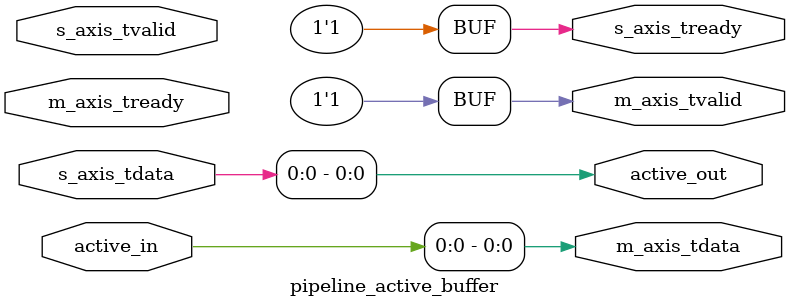
<source format=v>
`timescale 1ns / 1ps


module pipeline_active_buffer(

    input wire active_in,
    output wire active_out,

    input wire s_axis_tvalid,
    output wire s_axis_tready,
    input wire [7:0] s_axis_tdata,
    
    output wire [7:0] m_axis_tdata,
    output wire m_axis_tvalid,
    input wire m_axis_tready

    );
    
    
    assign s_axis_tready = 1'b1;
    assign m_axis_tvalid = 1'b1;
    
    assign m_axis_tdata[0] = active_in;
    assign active_out = s_axis_tdata[0];
    
endmodule

</source>
